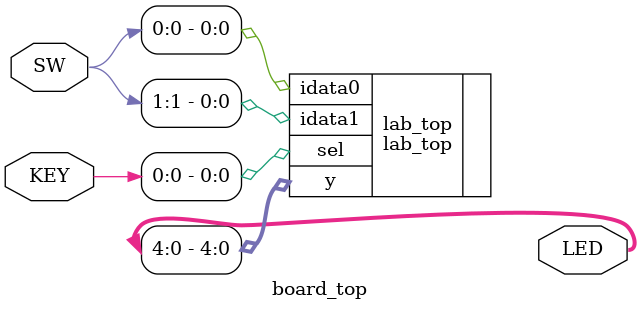
<source format=v>

module board_top
(
    input   [ 1:0]  KEY,
    input   [ 9:0]  SW,
    output  [ 9:0]  LED
);

    lab_top lab_top
    (
        .idata0  ( SW  [  0] ),
        .idata1  ( SW  [  1] ),
        .sel     ( KEY [  0] ),
        .y       ( LED [4:0] ) 
    );

endmodule

</source>
